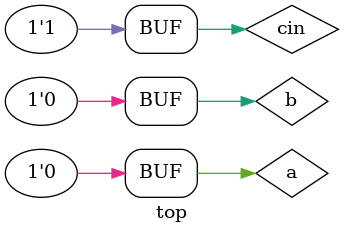
<source format=v>
`include "fa.v"
module top;
reg a,b,cin;
wire s,c;
full FA_O(a,b,cin,s,c);

initial
begin
	a=0;b=0;cin=0;
	#5 a=1;
	#5 cin=1;
	#5 b=1;
	#5 cin=0;
	#5 a=0;
	#5 cin=1;
	#5 b = 0;
	
end

initial
 begin
	$dumpfile("full.vcd");
	$dumpvars;
 end

initial 
begin
 $monitor($time ,"a=%b;b=%b;cin=%b;s=%b;c=%b" ,a,b,cin,s,c);
end

endmodule


</source>
